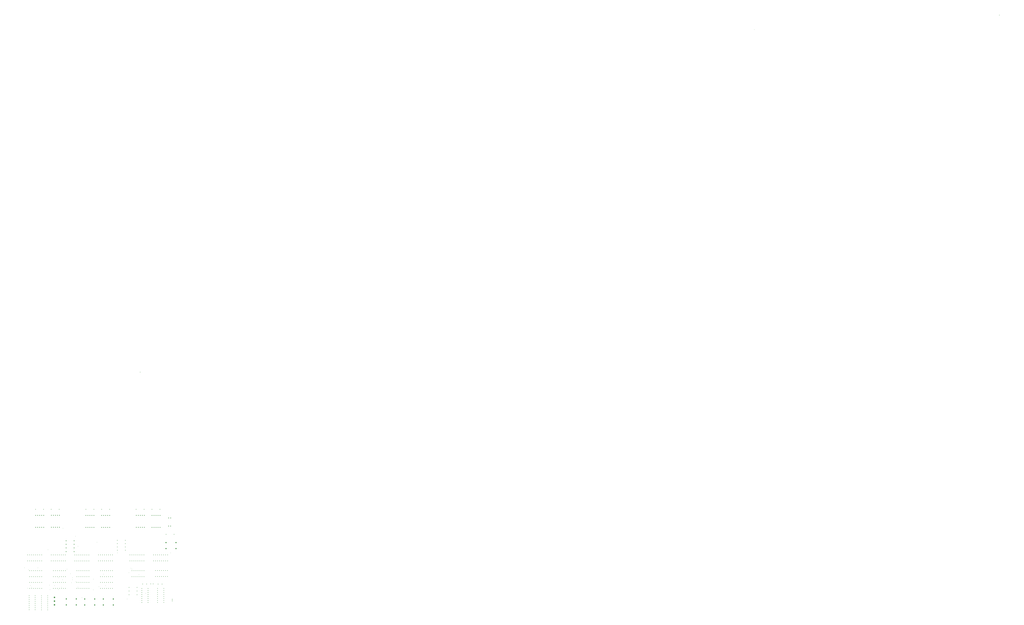
<source format=gbr>
G04 PROTEUS GERBER X2 FILE*
%TF.GenerationSoftware,Labcenter,Proteus,8.11-SP0-Build30052*%
%TF.CreationDate,2021-11-27T06:41:44+00:00*%
%TF.FileFunction,Plated,1,2,PTH*%
%TF.FilePolarity,Positive*%
%TF.Part,Single*%
%TF.SameCoordinates,{e397242e-da90-49e6-b63e-a6f9376aac74}*%
%FSLAX45Y45*%
%MOMM*%
G01*
%TA.AperFunction,ViaDrill*%
%ADD69C,0.381000*%
%TA.AperFunction,OtherDrill,Unknown*%
%ADD74C,0.381000*%
%ADD75C,0.635000*%
%TA.AperFunction,ComponentDrill*%
%ADD76C,1.000000*%
%TA.AperFunction,ComponentDrill*%
%ADD77C,0.762000*%
%TA.AperFunction,ComponentDrill*%
%ADD78C,0.780000*%
%ADD79C,0.730000*%
%TA.AperFunction,ComponentDrill*%
%ADD80C,1.500000*%
%TA.AperFunction,ComponentDrill*%
%ADD81C,1.016000*%
%ADD82C,0.812800*%
%TA.AperFunction,ComponentDrill*%
%ADD83C,1.850000*%
%TA.AperFunction,OtherDrill,Unknown*%
%ADD84C,0.762000*%
%TD.AperFunction*%
D69*
X-11493500Y+24701500D03*
X-8763000Y+27686000D03*
X-5143500Y+28321000D03*
X-12827000Y+26606500D03*
X-12001500Y+31242000D03*
X-14478000Y+27241500D03*
X-8509000Y+26225500D03*
X-14986000Y+26225500D03*
X-9588500Y+31750000D03*
X-12001500Y+26035000D03*
X-14097000Y+26035000D03*
X-13398500Y+28321000D03*
X-13970000Y+26987500D03*
X-12700000Y+26987500D03*
X-12700000Y+27241500D03*
X-12255500Y+26733500D03*
X-15621000Y+26289000D03*
X-17907000Y+26035000D03*
X-12954000Y+27749500D03*
X-13906500Y+33528000D03*
X-18288000Y+28257500D03*
X-9334500Y+26098500D03*
X-14478000Y+25717500D03*
X-15557500Y+25717500D03*
X-15811500Y+30797500D03*
X-12509500Y+30797500D03*
X-12319000Y+32512000D03*
X-4254500Y+27622500D03*
X-5270500Y+28448000D03*
X-5524500Y+27876500D03*
X-3400000Y+25250000D03*
X-5750000Y+24532000D03*
X-10049500Y+25700000D03*
X-10049500Y+27050000D03*
X-18050000Y+26250000D03*
X-18400000Y+25900000D03*
X-6990000Y+30400000D03*
X-226000Y+30400000D03*
X-18800000Y+28500000D03*
X-17100000Y+28500000D03*
D74*
X+74000000Y+97000000D03*
D75*
X+105150000Y+98840000D03*
D76*
X-2590000Y+33640000D03*
X-2336000Y+33640000D03*
X-2082000Y+33640000D03*
X-1828000Y+33640000D03*
X-1574000Y+33640000D03*
X-1574000Y+35164000D03*
X-1828000Y+35164000D03*
X-2082000Y+35164000D03*
X-2336000Y+35164000D03*
X-2590000Y+35164000D03*
X-4590000Y+33650000D03*
X-4336000Y+33650000D03*
X-4082000Y+33650000D03*
X-3828000Y+33650000D03*
X-3574000Y+33650000D03*
X-3574000Y+35174000D03*
X-3828000Y+35174000D03*
X-4082000Y+35174000D03*
X-4336000Y+35174000D03*
X-4590000Y+35174000D03*
X-8990000Y+33640000D03*
X-8736000Y+33640000D03*
X-8482000Y+33640000D03*
X-8228000Y+33640000D03*
X-7974000Y+33640000D03*
X-7974000Y+35164000D03*
X-8228000Y+35164000D03*
X-8482000Y+35164000D03*
X-8736000Y+35164000D03*
X-8990000Y+35164000D03*
X-11000000Y+33640000D03*
X-10746000Y+33640000D03*
X-10492000Y+33640000D03*
X-10238000Y+33640000D03*
X-9984000Y+33640000D03*
X-9984000Y+35164000D03*
X-10238000Y+35164000D03*
X-10492000Y+35164000D03*
X-10746000Y+35164000D03*
X-11000000Y+35164000D03*
X-15380000Y+33660000D03*
X-15126000Y+33660000D03*
X-14872000Y+33660000D03*
X-14618000Y+33660000D03*
X-14364000Y+33660000D03*
X-14364000Y+35184000D03*
X-14618000Y+35184000D03*
X-14872000Y+35184000D03*
X-15126000Y+35184000D03*
X-15380000Y+35184000D03*
X-17380000Y+33650000D03*
X-17126000Y+33650000D03*
X-16872000Y+33650000D03*
X-16618000Y+33650000D03*
X-16364000Y+33650000D03*
X-16364000Y+35174000D03*
X-16618000Y+35174000D03*
X-16872000Y+35174000D03*
X-17126000Y+35174000D03*
X-17380000Y+35174000D03*
D77*
X-2150000Y+27390000D03*
X-1896000Y+27390000D03*
X-1642000Y+27390000D03*
X-1388000Y+27390000D03*
X-1134000Y+27390000D03*
X-880000Y+27390000D03*
X-626000Y+27390000D03*
X-626000Y+28152000D03*
X-880000Y+28152000D03*
X-1134000Y+28152000D03*
X-1388000Y+28152000D03*
X-1642000Y+28152000D03*
X-1896000Y+28152000D03*
X-2150000Y+28152000D03*
X-2390000Y+29380000D03*
X-2136000Y+29380000D03*
X-1882000Y+29380000D03*
X-1628000Y+29380000D03*
X-1374000Y+29380000D03*
X-1120000Y+29380000D03*
X-866000Y+29380000D03*
X-612000Y+29380000D03*
X-612000Y+30142000D03*
X-866000Y+30142000D03*
X-1120000Y+30142000D03*
X-1374000Y+30142000D03*
X-1628000Y+30142000D03*
X-1882000Y+30142000D03*
X-2136000Y+30142000D03*
X-2390000Y+30142000D03*
X-5140000Y+27380000D03*
X-4886000Y+27380000D03*
X-4632000Y+27380000D03*
X-4378000Y+27380000D03*
X-4124000Y+27380000D03*
X-3870000Y+27380000D03*
X-3616000Y+27380000D03*
X-3616000Y+28142000D03*
X-3870000Y+28142000D03*
X-4124000Y+28142000D03*
X-4378000Y+28142000D03*
X-4632000Y+28142000D03*
X-4886000Y+28142000D03*
X-5140000Y+28142000D03*
X-5400000Y+29380000D03*
X-5146000Y+29380000D03*
X-4892000Y+29380000D03*
X-4638000Y+29380000D03*
X-4384000Y+29380000D03*
X-4130000Y+29380000D03*
X-3876000Y+29380000D03*
X-3622000Y+29380000D03*
X-3622000Y+30142000D03*
X-3876000Y+30142000D03*
X-4130000Y+30142000D03*
X-4384000Y+30142000D03*
X-4638000Y+30142000D03*
X-4892000Y+30142000D03*
X-5146000Y+30142000D03*
X-5400000Y+30142000D03*
X-9140000Y+27380000D03*
X-8886000Y+27380000D03*
X-8632000Y+27380000D03*
X-8378000Y+27380000D03*
X-8124000Y+27380000D03*
X-7870000Y+27380000D03*
X-7616000Y+27380000D03*
X-7616000Y+28142000D03*
X-7870000Y+28142000D03*
X-8124000Y+28142000D03*
X-8378000Y+28142000D03*
X-8632000Y+28142000D03*
X-8886000Y+28142000D03*
X-9140000Y+28142000D03*
X-9400000Y+29380000D03*
X-9146000Y+29380000D03*
X-8892000Y+29380000D03*
X-8638000Y+29380000D03*
X-8384000Y+29380000D03*
X-8130000Y+29380000D03*
X-7876000Y+29380000D03*
X-7622000Y+29380000D03*
X-7622000Y+30142000D03*
X-7876000Y+30142000D03*
X-8130000Y+30142000D03*
X-8384000Y+30142000D03*
X-8638000Y+30142000D03*
X-8892000Y+30142000D03*
X-9146000Y+30142000D03*
X-9400000Y+30142000D03*
X-12140000Y+27380000D03*
X-11886000Y+27380000D03*
X-11632000Y+27380000D03*
X-11378000Y+27380000D03*
X-11124000Y+27380000D03*
X-10870000Y+27380000D03*
X-10616000Y+27380000D03*
X-10616000Y+28142000D03*
X-10870000Y+28142000D03*
X-11124000Y+28142000D03*
X-11378000Y+28142000D03*
X-11632000Y+28142000D03*
X-11886000Y+28142000D03*
X-12140000Y+28142000D03*
X-12400000Y+29370000D03*
X-12146000Y+29370000D03*
X-11892000Y+29370000D03*
X-11638000Y+29370000D03*
X-11384000Y+29370000D03*
X-11130000Y+29370000D03*
X-10876000Y+29370000D03*
X-10622000Y+29370000D03*
X-10622000Y+30132000D03*
X-10876000Y+30132000D03*
X-11130000Y+30132000D03*
X-11384000Y+30132000D03*
X-11638000Y+30132000D03*
X-11892000Y+30132000D03*
X-12146000Y+30132000D03*
X-12400000Y+30132000D03*
X-15130000Y+27380000D03*
X-14876000Y+27380000D03*
X-14622000Y+27380000D03*
X-14368000Y+27380000D03*
X-14114000Y+27380000D03*
X-13860000Y+27380000D03*
X-13606000Y+27380000D03*
X-13606000Y+28142000D03*
X-13860000Y+28142000D03*
X-14114000Y+28142000D03*
X-14368000Y+28142000D03*
X-14622000Y+28142000D03*
X-14876000Y+28142000D03*
X-15130000Y+28142000D03*
X-15400000Y+29380000D03*
X-15146000Y+29380000D03*
X-14892000Y+29380000D03*
X-14638000Y+29380000D03*
X-14384000Y+29380000D03*
X-14130000Y+29380000D03*
X-13876000Y+29380000D03*
X-13622000Y+29380000D03*
X-13622000Y+30142000D03*
X-13876000Y+30142000D03*
X-14130000Y+30142000D03*
X-14384000Y+30142000D03*
X-14638000Y+30142000D03*
X-14892000Y+30142000D03*
X-15146000Y+30142000D03*
X-15400000Y+30142000D03*
X-18140000Y+27380000D03*
X-17886000Y+27380000D03*
X-17632000Y+27380000D03*
X-17378000Y+27380000D03*
X-17124000Y+27380000D03*
X-16870000Y+27380000D03*
X-16616000Y+27380000D03*
X-16616000Y+28142000D03*
X-16870000Y+28142000D03*
X-17124000Y+28142000D03*
X-17378000Y+28142000D03*
X-17632000Y+28142000D03*
X-17886000Y+28142000D03*
X-18140000Y+28142000D03*
X-18400000Y+29380000D03*
X-18146000Y+29380000D03*
X-17892000Y+29380000D03*
X-17638000Y+29380000D03*
X-17384000Y+29380000D03*
X-17130000Y+29380000D03*
X-16876000Y+29380000D03*
X-16622000Y+29380000D03*
X-16622000Y+30142000D03*
X-16876000Y+30142000D03*
X-17130000Y+30142000D03*
X-17384000Y+30142000D03*
X-17638000Y+30142000D03*
X-17892000Y+30142000D03*
X-18146000Y+30142000D03*
X-18400000Y+30142000D03*
X-18140000Y+25880000D03*
X-17886000Y+25880000D03*
X-17632000Y+25880000D03*
X-17378000Y+25880000D03*
X-17124000Y+25880000D03*
X-16870000Y+25880000D03*
X-16616000Y+25880000D03*
X-16616000Y+26642000D03*
X-16870000Y+26642000D03*
X-17124000Y+26642000D03*
X-17378000Y+26642000D03*
X-17632000Y+26642000D03*
X-17886000Y+26642000D03*
X-18140000Y+26642000D03*
X-9140000Y+25880000D03*
X-8886000Y+25880000D03*
X-8632000Y+25880000D03*
X-8378000Y+25880000D03*
X-8124000Y+25880000D03*
X-7870000Y+25880000D03*
X-7616000Y+25880000D03*
X-7616000Y+26642000D03*
X-7870000Y+26642000D03*
X-8124000Y+26642000D03*
X-8378000Y+26642000D03*
X-8632000Y+26642000D03*
X-8886000Y+26642000D03*
X-9140000Y+26642000D03*
X-15130000Y+25880000D03*
X-14876000Y+25880000D03*
X-14622000Y+25880000D03*
X-14368000Y+25880000D03*
X-14114000Y+25880000D03*
X-13860000Y+25880000D03*
X-13606000Y+25880000D03*
X-13606000Y+26642000D03*
X-13860000Y+26642000D03*
X-14114000Y+26642000D03*
X-14368000Y+26642000D03*
X-14622000Y+26642000D03*
X-14876000Y+26642000D03*
X-15130000Y+26642000D03*
X-12140000Y+25880000D03*
X-11886000Y+25880000D03*
X-11632000Y+25880000D03*
X-11378000Y+25880000D03*
X-11124000Y+25880000D03*
X-10870000Y+25880000D03*
X-10616000Y+25880000D03*
X-10616000Y+26642000D03*
X-10870000Y+26642000D03*
X-11124000Y+26642000D03*
X-11378000Y+26642000D03*
X-11632000Y+26642000D03*
X-11886000Y+26642000D03*
X-12140000Y+26642000D03*
D78*
X-3883700Y+25869000D03*
X-3883700Y+25615000D03*
X-3883700Y+25361000D03*
X-3883700Y+25107000D03*
X-3883700Y+24853000D03*
X-3883700Y+24599000D03*
X-3883700Y+24345000D03*
X-3883700Y+24091000D03*
X-3096300Y+24091000D03*
X-3096300Y+24345000D03*
X-3096300Y+24599000D03*
X-3096300Y+24853000D03*
X-3096300Y+25107000D03*
X-3096300Y+25361000D03*
X-3096300Y+25615000D03*
X-3096300Y+25869000D03*
D79*
X-1887000Y+25879000D03*
X-1887000Y+25625000D03*
X-1887000Y+25371000D03*
X-1887000Y+25117000D03*
X-1887000Y+24863000D03*
X-1887000Y+24609000D03*
X-1887000Y+24355000D03*
X-1887000Y+24101000D03*
X-1093000Y+24101000D03*
X-1093000Y+24355000D03*
X-1093000Y+24609000D03*
X-1093000Y+24863000D03*
X-1093000Y+25117000D03*
X-1093000Y+25371000D03*
X-1093000Y+25625000D03*
X-1093000Y+25879000D03*
D80*
X-8780000Y+23770000D03*
X-7510000Y+23770000D03*
X-7510000Y+24532000D03*
X-8780000Y+24532000D03*
X-11150000Y+23770000D03*
X-9880000Y+23770000D03*
X-9880000Y+24532000D03*
X-11150000Y+24532000D03*
X-13490000Y+23780000D03*
X-12220000Y+23780000D03*
X-12220000Y+24542000D03*
X-13490000Y+24542000D03*
D77*
X-18210000Y+24950000D03*
X-18210000Y+24696000D03*
X-18210000Y+24442000D03*
X-18210000Y+24188000D03*
X-18210000Y+23934000D03*
X-18210000Y+23680000D03*
X-18210000Y+23426000D03*
X-18210000Y+23172000D03*
X-17448000Y+23172000D03*
X-17448000Y+23426000D03*
X-17448000Y+23680000D03*
X-17448000Y+23934000D03*
X-17448000Y+24188000D03*
X-17448000Y+24442000D03*
X-17448000Y+24696000D03*
X-17448000Y+24950000D03*
D79*
X-16647000Y+24929000D03*
X-16647000Y+24675000D03*
X-16647000Y+24421000D03*
X-16647000Y+24167000D03*
X-16647000Y+23913000D03*
X-16647000Y+23659000D03*
X-16647000Y+23405000D03*
X-16647000Y+23151000D03*
X-15853000Y+23151000D03*
X-15853000Y+23405000D03*
X-15853000Y+23659000D03*
X-15853000Y+23913000D03*
X-15853000Y+24167000D03*
X-15853000Y+24421000D03*
X-15853000Y+24675000D03*
X-15853000Y+24929000D03*
D81*
X-470000Y+34840000D03*
X-216000Y+34840000D03*
X-480000Y+33810000D03*
X-226000Y+33810000D03*
D80*
X-810000Y+30950000D03*
X+460000Y+30950000D03*
X+460000Y+31712000D03*
X-810000Y+31712000D03*
D77*
X-5510000Y+26000000D03*
X-4494000Y+26000000D03*
X-5510000Y+25550000D03*
X-4494000Y+25550000D03*
X-5510000Y+25070000D03*
X-4494000Y+25070000D03*
X-3780000Y+26440000D03*
X-3272000Y+26440000D03*
X-1820000Y+26430000D03*
X-1312000Y+26430000D03*
X-2600000Y+35940000D03*
X-1584000Y+35940000D03*
X-17400000Y+35940000D03*
X-16384000Y+35940000D03*
X-11000000Y+35940000D03*
X-9984000Y+35940000D03*
D81*
X-12494000Y+31940000D03*
X-13510000Y+31940000D03*
X-12494000Y+31490000D03*
X-13510000Y+31490000D03*
X-12494000Y+31030000D03*
X-13510000Y+31030000D03*
X-12494000Y+30560000D03*
X-13510000Y+30560000D03*
D77*
X-15410000Y+35944000D03*
X-14394000Y+35944000D03*
X-9000000Y+35944000D03*
X-7984000Y+35944000D03*
X-4610000Y+35940000D03*
X-3594000Y+35940000D03*
X-800000Y+32760000D03*
X+216000Y+32760000D03*
D82*
X-20000Y+24290000D03*
X-20000Y+24490000D03*
D77*
X-7000000Y+32000000D03*
X-5984000Y+32000000D03*
X-7000000Y+31580000D03*
X-5984000Y+31580000D03*
X-7000000Y+31150000D03*
X-5984000Y+31150000D03*
X-6990000Y+30740000D03*
X-5974000Y+30740000D03*
D83*
X-14990000Y+24730000D03*
X-14990000Y+24260000D03*
X-14990000Y+23790000D03*
D75*
X-4100000Y+53400000D03*
D84*
X-2450000Y+26450000D03*
X-2750000Y+26450000D03*
M02*

</source>
